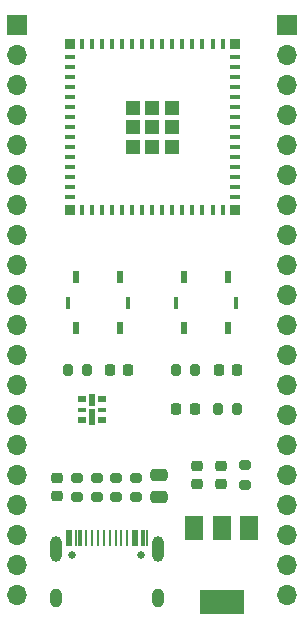
<source format=gbr>
%TF.GenerationSoftware,KiCad,Pcbnew,6.0.4*%
%TF.CreationDate,2022-04-14T12:40:58+02:00*%
%TF.ProjectId,esp32-s2-mini-1,65737033-322d-4733-922d-6d696e692d31,rev?*%
%TF.SameCoordinates,Original*%
%TF.FileFunction,Soldermask,Top*%
%TF.FilePolarity,Negative*%
%FSLAX46Y46*%
G04 Gerber Fmt 4.6, Leading zero omitted, Abs format (unit mm)*
G04 Created by KiCad (PCBNEW 6.0.4) date 2022-04-14 12:40:58*
%MOMM*%
%LPD*%
G01*
G04 APERTURE LIST*
G04 Aperture macros list*
%AMRoundRect*
0 Rectangle with rounded corners*
0 $1 Rounding radius*
0 $2 $3 $4 $5 $6 $7 $8 $9 X,Y pos of 4 corners*
0 Add a 4 corners polygon primitive as box body*
4,1,4,$2,$3,$4,$5,$6,$7,$8,$9,$2,$3,0*
0 Add four circle primitives for the rounded corners*
1,1,$1+$1,$2,$3*
1,1,$1+$1,$4,$5*
1,1,$1+$1,$6,$7*
1,1,$1+$1,$8,$9*
0 Add four rect primitives between the rounded corners*
20,1,$1+$1,$2,$3,$4,$5,0*
20,1,$1+$1,$4,$5,$6,$7,0*
20,1,$1+$1,$6,$7,$8,$9,0*
20,1,$1+$1,$8,$9,$2,$3,0*%
G04 Aperture macros list end*
%ADD10R,1.500000X2.000000*%
%ADD11R,3.800000X2.000000*%
%ADD12RoundRect,0.200000X0.200000X0.275000X-0.200000X0.275000X-0.200000X-0.275000X0.200000X-0.275000X0*%
%ADD13RoundRect,0.200000X-0.275000X0.200000X-0.275000X-0.200000X0.275000X-0.200000X0.275000X0.200000X0*%
%ADD14RoundRect,0.225000X0.250000X-0.225000X0.250000X0.225000X-0.250000X0.225000X-0.250000X-0.225000X0*%
%ADD15RoundRect,0.250000X0.475000X-0.250000X0.475000X0.250000X-0.475000X0.250000X-0.475000X-0.250000X0*%
%ADD16RoundRect,0.225000X0.225000X0.250000X-0.225000X0.250000X-0.225000X-0.250000X0.225000X-0.250000X0*%
%ADD17R,0.450000X1.000000*%
%ADD18R,0.600000X1.000000*%
%ADD19RoundRect,0.218750X-0.256250X0.218750X-0.256250X-0.218750X0.256250X-0.218750X0.256250X0.218750X0*%
%ADD20RoundRect,0.218750X0.218750X0.256250X-0.218750X0.256250X-0.218750X-0.256250X0.218750X-0.256250X0*%
%ADD21C,0.670000*%
%ADD22R,0.250000X1.450000*%
%ADD23R,0.300000X1.450000*%
%ADD24RoundRect,0.500000X0.000000X-0.300000X0.000000X-0.300000X0.000000X0.300000X0.000000X0.300000X0*%
%ADD25RoundRect,0.500000X0.000000X-0.600000X0.000000X-0.600000X0.000000X0.600000X0.000000X0.600000X0*%
%ADD26R,0.812800X0.406400*%
%ADD27R,0.406400X0.812800*%
%ADD28R,1.193800X1.193800*%
%ADD29R,0.812800X0.812800*%
%ADD30RoundRect,0.200000X0.275000X-0.200000X0.275000X0.200000X-0.275000X0.200000X-0.275000X-0.200000X0*%
%ADD31R,0.500000X1.000000*%
%ADD32R,0.800000X0.500000*%
%ADD33R,0.800000X0.300000*%
%ADD34R,0.500000X1.480000*%
%ADD35R,1.700000X1.700000*%
%ADD36O,1.700000X1.700000*%
G04 APERTURE END LIST*
D10*
%TO.C,U2*%
X159300000Y-127660000D03*
X157000000Y-127660000D03*
X154700000Y-127660000D03*
D11*
X157000000Y-133960000D03*
%TD*%
D12*
%TO.C,R1*%
X154749000Y-114300000D03*
X153099000Y-114300000D03*
%TD*%
D13*
%TO.C,R4*%
X149730000Y-123402011D03*
X149730000Y-125052011D03*
%TD*%
%TO.C,R3*%
X144780000Y-123402011D03*
X144780000Y-125052011D03*
%TD*%
D14*
%TO.C,C5*%
X154940000Y-123965000D03*
X154940000Y-122415000D03*
%TD*%
D12*
%TO.C,R2*%
X145605000Y-114300000D03*
X143955000Y-114300000D03*
%TD*%
D15*
%TO.C,C4*%
X151730000Y-125077011D03*
X151730000Y-123177011D03*
%TD*%
D13*
%TO.C,R6*%
X148080000Y-123402011D03*
X148080000Y-125052011D03*
%TD*%
D16*
%TO.C,C2*%
X149111000Y-114300000D03*
X147561000Y-114300000D03*
%TD*%
D17*
%TO.C,BOOT1*%
X149083000Y-108585000D03*
X144033000Y-108585000D03*
D18*
X144708000Y-106385000D03*
X144708000Y-110785000D03*
X148408000Y-106385000D03*
X148408000Y-110785000D03*
%TD*%
D19*
%TO.C,D1*%
X156972000Y-122402500D03*
X156972000Y-123977500D03*
%TD*%
D20*
%TO.C,D2*%
X154711500Y-117602000D03*
X153136500Y-117602000D03*
%TD*%
D21*
%TO.C,J2*%
X150170000Y-129954000D03*
X144370000Y-129954000D03*
D22*
X143895000Y-128504000D03*
X144695000Y-128504000D03*
X146020000Y-128504000D03*
X147020000Y-128504000D03*
X147520000Y-128504000D03*
X148520000Y-128504000D03*
X149845000Y-128504000D03*
X150645000Y-128504000D03*
D23*
X150370000Y-128504000D03*
X149570000Y-128504000D03*
D22*
X149020000Y-128504000D03*
X148020000Y-128504000D03*
X146520000Y-128504000D03*
X145520000Y-128504000D03*
D23*
X144970000Y-128504000D03*
X144170000Y-128504000D03*
D24*
X151590000Y-133604000D03*
D25*
X142950000Y-129424000D03*
X151590000Y-129424000D03*
D24*
X142950000Y-133604000D03*
%TD*%
D26*
%TO.C,U1*%
X144130001Y-87778514D03*
X144130001Y-88628515D03*
X144130001Y-89478515D03*
X144130001Y-90328514D03*
X144130001Y-91178515D03*
X144130001Y-92028515D03*
X144130001Y-92878514D03*
X144130001Y-93728515D03*
X144130001Y-94578515D03*
X144130001Y-95428514D03*
X144130001Y-96278515D03*
X144130001Y-97128515D03*
X144130001Y-97978514D03*
X144130001Y-98828515D03*
X144130001Y-99678515D03*
D27*
X145179999Y-100728513D03*
X146030000Y-100728513D03*
X146880001Y-100728513D03*
X147729999Y-100728513D03*
X148580000Y-100728513D03*
X149430001Y-100728513D03*
X150279999Y-100728513D03*
X151130000Y-100728513D03*
X151980001Y-100728513D03*
X152829999Y-100728513D03*
X153680000Y-100728513D03*
X154530001Y-100728513D03*
X155379999Y-100728513D03*
X156230000Y-100728513D03*
X157080001Y-100728513D03*
D26*
X158129999Y-99678515D03*
X158129999Y-98828515D03*
X158129999Y-97978514D03*
X158129999Y-97128515D03*
X158129999Y-96278515D03*
X158129999Y-95428514D03*
X158129999Y-94578515D03*
X158129999Y-93728515D03*
X158129999Y-92878514D03*
X158129999Y-92028515D03*
X158129999Y-91178515D03*
X158129999Y-90328514D03*
X158129999Y-89478515D03*
X158129999Y-88628515D03*
X158129999Y-87778514D03*
D27*
X157080001Y-86728516D03*
X156230000Y-86728516D03*
X155379999Y-86728516D03*
X154530001Y-86728516D03*
X153680000Y-86728516D03*
X152829999Y-86728516D03*
X151980001Y-86728516D03*
X151130000Y-86728516D03*
X150279999Y-86728516D03*
X149430001Y-86728516D03*
X148580000Y-86728516D03*
X147729999Y-86728516D03*
X146880001Y-86728516D03*
X146030000Y-86728516D03*
X145179999Y-86728516D03*
D28*
X151130000Y-93728515D03*
D29*
X144130001Y-86728516D03*
X144130001Y-100728516D03*
X158129999Y-100728516D03*
X158129999Y-86728516D03*
D28*
X149480000Y-92078515D03*
X151130000Y-92078515D03*
X152780000Y-92078515D03*
X149480000Y-93728515D03*
X152780000Y-93728515D03*
X149480000Y-95378515D03*
X151130000Y-95378515D03*
X152780000Y-95378515D03*
%TD*%
D12*
%TO.C,R8*%
X158305000Y-117602000D03*
X156655000Y-117602000D03*
%TD*%
D13*
%TO.C,R5*%
X146430000Y-123402011D03*
X146430000Y-125052011D03*
%TD*%
D16*
%TO.C,C1*%
X158305000Y-114300000D03*
X156755000Y-114300000D03*
%TD*%
D17*
%TO.C,RESET1*%
X153177000Y-108585000D03*
X158227000Y-108585000D03*
D18*
X153852000Y-106385000D03*
X153852000Y-110785000D03*
X157552000Y-106385000D03*
X157552000Y-110785000D03*
%TD*%
D14*
%TO.C,C3*%
X143030000Y-125002011D03*
X143030000Y-123452011D03*
%TD*%
D30*
%TO.C,R7*%
X159004000Y-124015000D03*
X159004000Y-122365000D03*
%TD*%
D31*
%TO.C,D3*%
X146050000Y-116840000D03*
D32*
X145200000Y-116770000D03*
D33*
X145200000Y-117670000D03*
D32*
X145200000Y-118570000D03*
X146900000Y-118570000D03*
D33*
X146900000Y-117670000D03*
D34*
X146050000Y-118260000D03*
D32*
X146900000Y-116770000D03*
%TD*%
D35*
%TO.C,J1*%
X139700000Y-85095000D03*
D36*
X139700000Y-87635000D03*
X139700000Y-90175000D03*
X139700000Y-92715000D03*
X139700000Y-95255000D03*
X139700000Y-97795000D03*
X139700000Y-100335000D03*
X139700000Y-102875000D03*
X139700000Y-105415000D03*
X139700000Y-107955000D03*
X139700000Y-110495000D03*
X139700000Y-113035000D03*
X139700000Y-115575000D03*
X139700000Y-118115000D03*
X139700000Y-120655000D03*
X139700000Y-123195000D03*
X139700000Y-125735000D03*
X139700000Y-128275000D03*
X139700000Y-130815000D03*
X139700000Y-133355000D03*
%TD*%
D35*
%TO.C,J3*%
X162560000Y-85095000D03*
D36*
X162560000Y-87635000D03*
X162560000Y-90175000D03*
X162560000Y-92715000D03*
X162560000Y-95255000D03*
X162560000Y-97795000D03*
X162560000Y-100335000D03*
X162560000Y-102875000D03*
X162560000Y-105415000D03*
X162560000Y-107955000D03*
X162560000Y-110495000D03*
X162560000Y-113035000D03*
X162560000Y-115575000D03*
X162560000Y-118115000D03*
X162560000Y-120655000D03*
X162560000Y-123195000D03*
X162560000Y-125735000D03*
X162560000Y-128275000D03*
X162560000Y-130815000D03*
X162560000Y-133355000D03*
%TD*%
M02*

</source>
